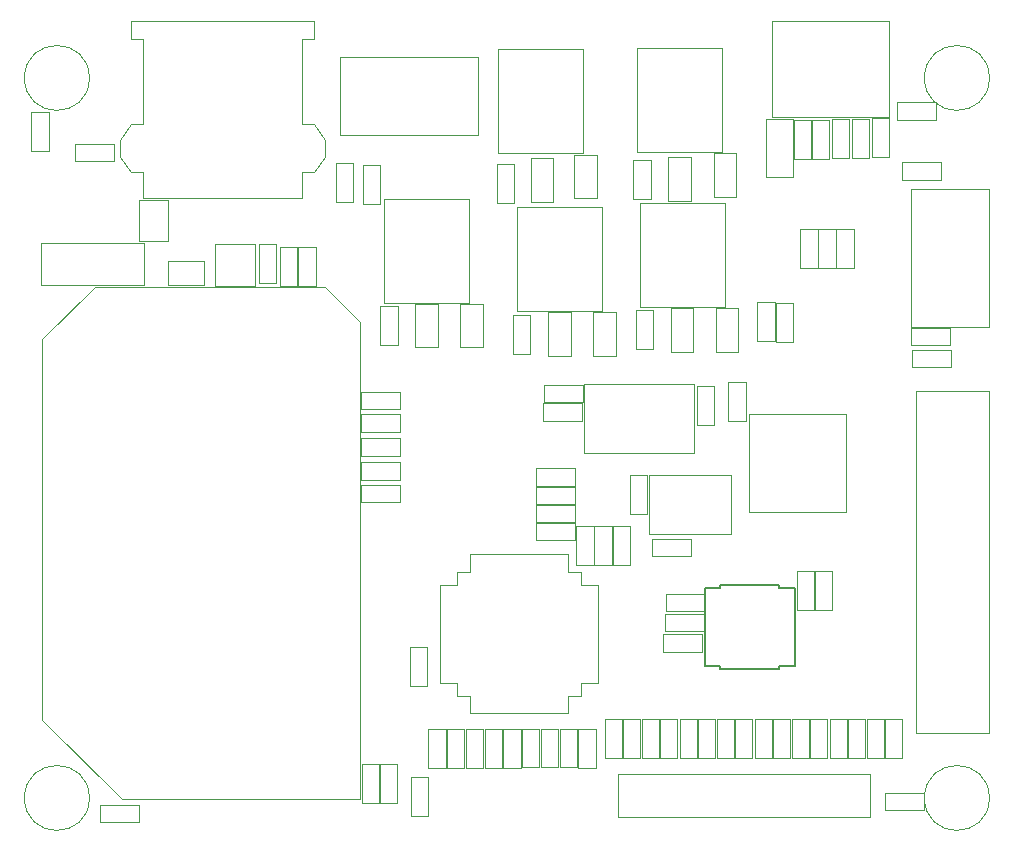
<source format=gbr>
G04 #@! TF.GenerationSoftware,KiCad,Pcbnew,5.1.4+dfsg1-1*
G04 #@! TF.CreationDate,2020-05-25T12:06:47-05:00*
G04 #@! TF.ProjectId,try1,74727931-2e6b-4696-9361-645f70636258,rev?*
G04 #@! TF.SameCoordinates,Original*
G04 #@! TF.FileFunction,Other,User*
%FSLAX46Y46*%
G04 Gerber Fmt 4.6, Leading zero omitted, Abs format (unit mm)*
G04 Created by KiCad (PCBNEW 5.1.4+dfsg1-1) date 2020-05-25 12:06:47*
%MOMM*%
%LPD*%
G04 APERTURE LIST*
%ADD10C,0.050000*%
%ADD11C,0.152400*%
%ADD12C,0.100000*%
G04 APERTURE END LIST*
D10*
X41650000Y-52730000D02*
X38350000Y-52730000D01*
X41650000Y-51270000D02*
X41650000Y-52730000D01*
X38350000Y-51270000D02*
X41650000Y-51270000D01*
X38350000Y-52730000D02*
X38350000Y-51270000D01*
X111675000Y-54330000D02*
X108375000Y-54330000D01*
X111675000Y-52870000D02*
X111675000Y-54330000D01*
X108375000Y-52870000D02*
X111675000Y-52870000D01*
X108375000Y-54330000D02*
X108375000Y-52870000D01*
D11*
X92976700Y-95490100D02*
X91668600Y-95490100D01*
X92976700Y-95745300D02*
X92976700Y-95490100D01*
X97980500Y-95745300D02*
X92976700Y-95745300D01*
X97980500Y-95490100D02*
X97980500Y-95745300D01*
X99288600Y-95490100D02*
X97980500Y-95490100D01*
X99288600Y-88888500D02*
X99288600Y-95490100D01*
X97980500Y-88888500D02*
X99288600Y-88888500D01*
X97980500Y-88633300D02*
X97980500Y-88888500D01*
X92976700Y-88633300D02*
X97980500Y-88633300D01*
X92976700Y-88888500D02*
X92976700Y-88633300D01*
X91668600Y-88888500D02*
X92976700Y-88888500D01*
X91668600Y-95490100D02*
X91668600Y-88888500D01*
D10*
X81466320Y-71610000D02*
X90786320Y-71610000D01*
X81466320Y-77490000D02*
X90786320Y-77490000D01*
X81466320Y-71610000D02*
X81466320Y-77490000D01*
X90786320Y-71610000D02*
X90786320Y-77490000D01*
X68230000Y-104925000D02*
X68230000Y-108225000D01*
X66770000Y-104925000D02*
X68230000Y-104925000D01*
X66770000Y-108225000D02*
X66770000Y-104925000D01*
X68230000Y-108225000D02*
X66770000Y-108225000D01*
X105673300Y-108289500D02*
X105673300Y-104689500D01*
X84323300Y-108289500D02*
X105673300Y-108289500D01*
X84323300Y-104689500D02*
X84323300Y-108289500D01*
X105673300Y-104689500D02*
X84323300Y-104689500D01*
X102444300Y-87440500D02*
X102444300Y-90740500D01*
X100984300Y-87440500D02*
X102444300Y-87440500D01*
X100984300Y-90740500D02*
X100984300Y-87440500D01*
X102444300Y-90740500D02*
X100984300Y-90740500D01*
X81343800Y-73170800D02*
X78043800Y-73170800D01*
X81343800Y-71710800D02*
X81343800Y-73170800D01*
X78043800Y-71710800D02*
X81343800Y-71710800D01*
X78043800Y-73170800D02*
X78043800Y-71710800D01*
X100920300Y-87426500D02*
X100920300Y-90726500D01*
X99460300Y-87426500D02*
X100920300Y-87426500D01*
X99460300Y-90726500D02*
X99460300Y-87426500D01*
X100920300Y-90726500D02*
X99460300Y-90726500D01*
X64522800Y-64737700D02*
X71722800Y-64737700D01*
X71722800Y-64737700D02*
X71722800Y-55937700D01*
X71722800Y-55937700D02*
X64522800Y-55937700D01*
X64522800Y-55937700D02*
X64522800Y-64737700D01*
X42314000Y-106808400D02*
X35564000Y-100058400D01*
X40014000Y-63408400D02*
X35564000Y-67858400D01*
X62464000Y-66358400D02*
X59514000Y-63408400D01*
X62464000Y-106808400D02*
X42314000Y-106808400D01*
X35564000Y-100058400D02*
X35564000Y-67858400D01*
X62464000Y-106808400D02*
X62464000Y-66358400D01*
X59514000Y-63408400D02*
X40014000Y-63408400D01*
X73044300Y-104113500D02*
X73044300Y-100813500D01*
X74504300Y-104113500D02*
X73044300Y-104113500D01*
X74504300Y-100813500D02*
X74504300Y-104113500D01*
X73044300Y-100813500D02*
X74504300Y-100813500D01*
X62724280Y-56401080D02*
X62724280Y-53101080D01*
X64184280Y-56401080D02*
X62724280Y-56401080D01*
X64184280Y-53101080D02*
X64184280Y-56401080D01*
X62724280Y-53101080D02*
X64184280Y-53101080D01*
X53930800Y-63109000D02*
X53930800Y-59809000D01*
X55390800Y-63109000D02*
X53930800Y-63109000D01*
X55390800Y-59809000D02*
X55390800Y-63109000D01*
X53930800Y-59809000D02*
X55390800Y-59809000D01*
X112527240Y-70178680D02*
X109227240Y-70178680D01*
X112527240Y-68718680D02*
X112527240Y-70178680D01*
X109227240Y-68718680D02*
X112527240Y-68718680D01*
X109227240Y-70178680D02*
X109227240Y-68718680D01*
X104121200Y-52512200D02*
X104121200Y-49212200D01*
X105581200Y-52512200D02*
X104121200Y-52512200D01*
X105581200Y-49212200D02*
X105581200Y-52512200D01*
X104121200Y-49212200D02*
X105581200Y-49212200D01*
D12*
X72512000Y-43907440D02*
X72512000Y-50511440D01*
X60828000Y-43907440D02*
X72512000Y-43907440D01*
X60828000Y-50511440D02*
X60828000Y-43907440D01*
X72512000Y-50511440D02*
X60828000Y-50511440D01*
X109143800Y-55112920D02*
X115747800Y-55112920D01*
X109143800Y-66796920D02*
X109143800Y-55112920D01*
X115747800Y-66796920D02*
X109143800Y-66796920D01*
X115747800Y-55112920D02*
X115747800Y-66796920D01*
D10*
X96132900Y-68020200D02*
X96132900Y-64720200D01*
X97592900Y-68020200D02*
X96132900Y-68020200D01*
X97592900Y-64720200D02*
X97592900Y-68020200D01*
X96132900Y-64720200D02*
X97592900Y-64720200D01*
X103675300Y-82453600D02*
X103675300Y-74213600D01*
X95435300Y-82453600D02*
X103675300Y-82453600D01*
X95435300Y-74213600D02*
X95435300Y-82453600D01*
X103675300Y-74213600D02*
X95435300Y-74213600D01*
X115750000Y-72200000D02*
X109600000Y-72200000D01*
X115750000Y-101200000D02*
X115750000Y-72200000D01*
X109600000Y-101200000D02*
X115750000Y-101200000D01*
X109600000Y-72200000D02*
X109600000Y-101200000D01*
D12*
X93924000Y-79338800D02*
X93924000Y-84338800D01*
X93924000Y-79338800D02*
X86924000Y-79338800D01*
X93924000Y-84338800D02*
X86924000Y-84338800D01*
X86924000Y-79338800D02*
X86924000Y-84338800D01*
D10*
X74179880Y-52050000D02*
X81379880Y-52050000D01*
X81379880Y-52050000D02*
X81379880Y-43250000D01*
X81379880Y-43250000D02*
X74179880Y-43250000D01*
X74179880Y-43250000D02*
X74179880Y-52050000D01*
X86176300Y-65093300D02*
X93376300Y-65093300D01*
X93376300Y-65093300D02*
X93376300Y-56293300D01*
X93376300Y-56293300D02*
X86176300Y-56293300D01*
X86176300Y-56293300D02*
X86176300Y-65093300D01*
X75767380Y-56651440D02*
X75767380Y-65451440D01*
X82967380Y-56651440D02*
X75767380Y-56651440D01*
X82967380Y-65451440D02*
X82967380Y-56651440D01*
X75767380Y-65451440D02*
X82967380Y-65451440D01*
X85960400Y-51986900D02*
X93160400Y-51986900D01*
X93160400Y-51986900D02*
X93160400Y-43186900D01*
X93160400Y-43186900D02*
X85960400Y-43186900D01*
X85960400Y-43186900D02*
X85960400Y-51986900D01*
X76091800Y-100813500D02*
X76091800Y-104113500D01*
X74631800Y-100813500D02*
X76091800Y-100813500D01*
X74631800Y-104113500D02*
X74631800Y-100813500D01*
X76091800Y-104113500D02*
X74631800Y-104113500D01*
D12*
X46262600Y-63230000D02*
X49262600Y-63230000D01*
X49262600Y-61230000D02*
X49262600Y-63230000D01*
X46262600Y-61230000D02*
X49262600Y-61230000D01*
X46262600Y-63230000D02*
X46262600Y-61230000D01*
D10*
X46229120Y-56019760D02*
X46229120Y-59519760D01*
X46229120Y-59519760D02*
X43779120Y-59519760D01*
X43779120Y-59519760D02*
X43779120Y-56019760D01*
X43779120Y-56019760D02*
X46229120Y-56019760D01*
X106935000Y-106270000D02*
X110235000Y-106270000D01*
X106935000Y-107730000D02*
X106935000Y-106270000D01*
X110235000Y-107730000D02*
X106935000Y-107730000D01*
X110235000Y-106270000D02*
X110235000Y-107730000D01*
X107937000Y-47784000D02*
X111237000Y-47784000D01*
X107937000Y-49244000D02*
X107937000Y-47784000D01*
X111237000Y-49244000D02*
X107937000Y-49244000D01*
X111237000Y-47784000D02*
X111237000Y-49244000D01*
X43751800Y-108730000D02*
X40451800Y-108730000D01*
X43751800Y-107270000D02*
X43751800Y-108730000D01*
X40451800Y-107270000D02*
X43751800Y-107270000D01*
X40451800Y-108730000D02*
X40451800Y-107270000D01*
X34677600Y-51891200D02*
X34677600Y-48591200D01*
X36137600Y-51891200D02*
X34677600Y-51891200D01*
X36137600Y-48591200D02*
X36137600Y-51891200D01*
X34677600Y-48591200D02*
X36137600Y-48591200D01*
X102444800Y-52512200D02*
X102444800Y-49212200D01*
X103904800Y-52512200D02*
X102444800Y-52512200D01*
X103904800Y-49212200D02*
X103904800Y-52512200D01*
X102444800Y-49212200D02*
X103904800Y-49212200D01*
X57283600Y-63309800D02*
X57283600Y-60009800D01*
X58743600Y-63309800D02*
X57283600Y-63309800D01*
X58743600Y-60009800D02*
X58743600Y-63309800D01*
X57283600Y-60009800D02*
X58743600Y-60009800D01*
X115780000Y-106680000D02*
G75*
G03X115780000Y-106680000I-2750000J0D01*
G01*
X115780000Y-45720000D02*
G75*
G03X115780000Y-45720000I-2750000J0D01*
G01*
X39580000Y-106680000D02*
G75*
G03X39580000Y-106680000I-2750000J0D01*
G01*
X39580000Y-45720000D02*
G75*
G03X39580000Y-45720000I-2750000J0D01*
G01*
X102825800Y-61823900D02*
X102825800Y-58523900D01*
X104285800Y-61823900D02*
X102825800Y-61823900D01*
X104285800Y-58523900D02*
X104285800Y-61823900D01*
X102825800Y-58523900D02*
X104285800Y-58523900D01*
X101301800Y-61823900D02*
X101301800Y-58523900D01*
X102761800Y-61823900D02*
X101301800Y-61823900D01*
X102761800Y-58523900D02*
X102761800Y-61823900D01*
X101301800Y-58523900D02*
X102761800Y-58523900D01*
X99777800Y-61823900D02*
X99777800Y-58523900D01*
X101237800Y-61823900D02*
X99777800Y-61823900D01*
X101237800Y-58523900D02*
X101237800Y-61823900D01*
X99777800Y-58523900D02*
X101237800Y-58523900D01*
X83800700Y-83641900D02*
X83800700Y-86941900D01*
X82340700Y-83641900D02*
X83800700Y-83641900D01*
X82340700Y-86941900D02*
X82340700Y-83641900D01*
X83800700Y-86941900D02*
X82340700Y-86941900D01*
X82264000Y-83654600D02*
X82264000Y-86954600D01*
X80804000Y-83654600D02*
X82264000Y-83654600D01*
X80804000Y-86954600D02*
X80804000Y-83654600D01*
X82264000Y-86954600D02*
X80804000Y-86954600D01*
X80698144Y-80236801D02*
X77398144Y-80236801D01*
X80698144Y-78776801D02*
X80698144Y-80236801D01*
X77398144Y-78776801D02*
X80698144Y-78776801D01*
X77398144Y-80236801D02*
X77398144Y-78776801D01*
X80696100Y-81778300D02*
X77396100Y-81778300D01*
X80696100Y-80318300D02*
X80696100Y-81778300D01*
X77396100Y-80318300D02*
X80696100Y-80318300D01*
X77396100Y-81778300D02*
X77396100Y-80318300D01*
X80696100Y-83302300D02*
X77396100Y-83302300D01*
X80696100Y-81842300D02*
X80696100Y-83302300D01*
X77396100Y-81842300D02*
X80696100Y-81842300D01*
X77396100Y-83302300D02*
X77396100Y-81842300D01*
X84664300Y-99999500D02*
X84664300Y-103299500D01*
X83204300Y-99999500D02*
X84664300Y-99999500D01*
X83204300Y-103299500D02*
X83204300Y-99999500D01*
X84664300Y-103299500D02*
X83204300Y-103299500D01*
X87839300Y-99999500D02*
X87839300Y-103299500D01*
X86379300Y-99999500D02*
X87839300Y-99999500D01*
X86379300Y-103299500D02*
X86379300Y-99999500D01*
X87839300Y-103299500D02*
X86379300Y-103299500D01*
X91014300Y-99999500D02*
X91014300Y-103299500D01*
X89554300Y-99999500D02*
X91014300Y-99999500D01*
X89554300Y-103299500D02*
X89554300Y-99999500D01*
X91014300Y-103299500D02*
X89554300Y-103299500D01*
X94189300Y-99999500D02*
X94189300Y-103299500D01*
X92729300Y-99999500D02*
X94189300Y-99999500D01*
X92729300Y-103299500D02*
X92729300Y-99999500D01*
X94189300Y-103299500D02*
X92729300Y-103299500D01*
X97364300Y-99999500D02*
X97364300Y-103299500D01*
X95904300Y-99999500D02*
X97364300Y-99999500D01*
X95904300Y-103299500D02*
X95904300Y-99999500D01*
X97364300Y-103299500D02*
X95904300Y-103299500D01*
X100539300Y-99999500D02*
X100539300Y-103299500D01*
X99079300Y-99999500D02*
X100539300Y-99999500D01*
X99079300Y-103299500D02*
X99079300Y-99999500D01*
X100539300Y-103299500D02*
X99079300Y-103299500D01*
X103714300Y-99999500D02*
X103714300Y-103299500D01*
X102254300Y-99999500D02*
X103714300Y-99999500D01*
X102254300Y-103299500D02*
X102254300Y-99999500D01*
X103714300Y-103299500D02*
X102254300Y-103299500D01*
X106889300Y-99999500D02*
X106889300Y-103299500D01*
X105429300Y-99999500D02*
X106889300Y-99999500D01*
X105429300Y-103299500D02*
X105429300Y-99999500D01*
X106889300Y-103299500D02*
X105429300Y-103299500D01*
X91404680Y-94293440D02*
X88104680Y-94293440D01*
X91404680Y-92833440D02*
X91404680Y-94293440D01*
X88104680Y-92833440D02*
X91404680Y-92833440D01*
X88104680Y-94293440D02*
X88104680Y-92833440D01*
X91667440Y-90849200D02*
X88367440Y-90849200D01*
X91667440Y-89389200D02*
X91667440Y-90849200D01*
X88367440Y-89389200D02*
X91667440Y-89389200D01*
X88367440Y-90849200D02*
X88367440Y-89389200D01*
X91648360Y-92530000D02*
X88348360Y-92530000D01*
X91648360Y-91070000D02*
X91648360Y-92530000D01*
X88348360Y-91070000D02*
X91648360Y-91070000D01*
X88348360Y-92530000D02*
X88348360Y-91070000D01*
X93676720Y-74744880D02*
X93676720Y-71444880D01*
X95136720Y-74744880D02*
X93676720Y-74744880D01*
X95136720Y-71444880D02*
X95136720Y-74744880D01*
X93676720Y-71444880D02*
X95136720Y-71444880D01*
X71456800Y-104127500D02*
X71456800Y-100827500D01*
X72916800Y-104127500D02*
X71456800Y-104127500D01*
X72916800Y-100827500D02*
X72916800Y-104127500D01*
X71456800Y-100827500D02*
X72916800Y-100827500D01*
X69869300Y-104127500D02*
X69869300Y-100827500D01*
X71329300Y-104127500D02*
X69869300Y-104127500D01*
X71329300Y-100827500D02*
X71329300Y-104127500D01*
X69869300Y-100827500D02*
X71329300Y-100827500D01*
X68281800Y-104127500D02*
X68281800Y-100827500D01*
X69741800Y-104127500D02*
X68281800Y-104127500D01*
X69741800Y-100827500D02*
X69741800Y-104127500D01*
X68281800Y-100827500D02*
X69741800Y-100827500D01*
X77806800Y-104099500D02*
X77806800Y-100799500D01*
X79266800Y-104099500D02*
X77806800Y-104099500D01*
X79266800Y-100799500D02*
X79266800Y-104099500D01*
X77806800Y-100799500D02*
X79266800Y-100799500D01*
X76219300Y-104099500D02*
X76219300Y-100799500D01*
X77679300Y-104099500D02*
X76219300Y-104099500D01*
X77679300Y-100799500D02*
X77679300Y-104099500D01*
X76219300Y-100799500D02*
X77679300Y-100799500D01*
X65630000Y-103841800D02*
X65630000Y-107141800D01*
X64170000Y-103841800D02*
X65630000Y-103841800D01*
X64170000Y-107141800D02*
X64170000Y-103841800D01*
X65630000Y-107141800D02*
X64170000Y-107141800D01*
X64080000Y-103841800D02*
X64080000Y-107141800D01*
X62620000Y-103841800D02*
X64080000Y-103841800D01*
X62620000Y-107141800D02*
X62620000Y-103841800D01*
X64080000Y-107141800D02*
X62620000Y-107141800D01*
X55708800Y-63309800D02*
X55708800Y-60009800D01*
X57168800Y-63309800D02*
X55708800Y-63309800D01*
X57168800Y-60009800D02*
X57168800Y-63309800D01*
X55708800Y-60009800D02*
X57168800Y-60009800D01*
X92420400Y-55786900D02*
X92420400Y-52086900D01*
X94320400Y-55786900D02*
X92420400Y-55786900D01*
X94320400Y-52086900D02*
X94320400Y-55786900D01*
X92420400Y-52086900D02*
X94320400Y-52086900D01*
X82227380Y-65551440D02*
X84127380Y-65551440D01*
X84127380Y-65551440D02*
X84127380Y-69251440D01*
X84127380Y-69251440D02*
X82227380Y-69251440D01*
X82227380Y-69251440D02*
X82227380Y-65551440D01*
X92636300Y-68893300D02*
X92636300Y-65193300D01*
X94536300Y-68893300D02*
X92636300Y-68893300D01*
X94536300Y-65193300D02*
X94536300Y-68893300D01*
X92636300Y-65193300D02*
X94536300Y-65193300D01*
X85645240Y-55947580D02*
X85645240Y-52647580D01*
X87105240Y-55947580D02*
X85645240Y-55947580D01*
X87105240Y-52647580D02*
X87105240Y-55947580D01*
X85645240Y-52647580D02*
X87105240Y-52647580D01*
X75462380Y-65751440D02*
X76922380Y-65751440D01*
X76922380Y-65751440D02*
X76922380Y-69051440D01*
X76922380Y-69051440D02*
X75462380Y-69051440D01*
X75462380Y-69051440D02*
X75462380Y-65751440D01*
X85871300Y-68693300D02*
X85871300Y-65393300D01*
X87331300Y-68693300D02*
X85871300Y-68693300D01*
X87331300Y-65393300D02*
X87331300Y-68693300D01*
X85871300Y-65393300D02*
X87331300Y-65393300D01*
X88600240Y-56147580D02*
X88600240Y-52447580D01*
X90500240Y-56147580D02*
X88600240Y-56147580D01*
X90500240Y-52447580D02*
X90500240Y-56147580D01*
X88600240Y-52447580D02*
X90500240Y-52447580D01*
X78417380Y-65551440D02*
X80317380Y-65551440D01*
X80317380Y-65551440D02*
X80317380Y-69251440D01*
X80317380Y-69251440D02*
X78417380Y-69251440D01*
X78417380Y-69251440D02*
X78417380Y-65551440D01*
X88826300Y-68893300D02*
X88826300Y-65193300D01*
X90726300Y-68893300D02*
X88826300Y-68893300D01*
X90726300Y-65193300D02*
X90726300Y-68893300D01*
X88826300Y-65193300D02*
X90726300Y-65193300D01*
X99113200Y-49227900D02*
X99113200Y-54127900D01*
X96873200Y-49227900D02*
X99113200Y-49227900D01*
X96873200Y-54127900D02*
X96873200Y-49227900D01*
X99113200Y-54127900D02*
X96873200Y-54127900D01*
X100717100Y-49251600D02*
X100717100Y-52551600D01*
X99257100Y-49251600D02*
X100717100Y-49251600D01*
X99257100Y-52551600D02*
X99257100Y-49251600D01*
X100717100Y-52551600D02*
X99257100Y-52551600D01*
X102241100Y-49251600D02*
X102241100Y-52551600D01*
X100781100Y-49251600D02*
X102241100Y-49251600D01*
X100781100Y-52551600D02*
X100781100Y-49251600D01*
X102241100Y-52551600D02*
X100781100Y-52551600D01*
X80639880Y-55925000D02*
X80639880Y-52225000D01*
X82539880Y-55925000D02*
X80639880Y-55925000D01*
X82539880Y-52225000D02*
X82539880Y-55925000D01*
X80639880Y-52225000D02*
X82539880Y-52225000D01*
X70982800Y-68537700D02*
X70982800Y-64837700D01*
X72882800Y-68537700D02*
X70982800Y-68537700D01*
X72882800Y-64837700D02*
X72882800Y-68537700D01*
X70982800Y-64837700D02*
X72882800Y-64837700D01*
X74073000Y-56279080D02*
X74073000Y-52979080D01*
X75533000Y-56279080D02*
X74073000Y-56279080D01*
X75533000Y-52979080D02*
X75533000Y-56279080D01*
X74073000Y-52979080D02*
X75533000Y-52979080D01*
X64217800Y-68337700D02*
X64217800Y-65037700D01*
X65677800Y-68337700D02*
X64217800Y-68337700D01*
X65677800Y-65037700D02*
X65677800Y-68337700D01*
X64217800Y-65037700D02*
X65677800Y-65037700D01*
X76956880Y-56202080D02*
X76956880Y-52502080D01*
X78856880Y-56202080D02*
X76956880Y-56202080D01*
X78856880Y-52502080D02*
X78856880Y-56202080D01*
X76956880Y-52502080D02*
X78856880Y-52502080D01*
X67172800Y-68537700D02*
X67172800Y-64837700D01*
X69072800Y-68537700D02*
X67172800Y-68537700D01*
X69072800Y-64837700D02*
X69072800Y-68537700D01*
X67172800Y-64837700D02*
X69072800Y-64837700D01*
X86785200Y-79313800D02*
X86785200Y-82613800D01*
X85325200Y-79313800D02*
X86785200Y-79313800D01*
X85325200Y-82613800D02*
X85325200Y-79313800D01*
X86785200Y-82613800D02*
X85325200Y-82613800D01*
X50201600Y-63304400D02*
X50201600Y-59804400D01*
X53601600Y-63304400D02*
X50201600Y-63304400D01*
X53601600Y-59804400D02*
X53601600Y-63304400D01*
X50201600Y-59804400D02*
X53601600Y-59804400D01*
X44167200Y-63268000D02*
X44167200Y-59668000D01*
X35517200Y-63268000D02*
X44167200Y-63268000D01*
X35517200Y-59668000D02*
X35517200Y-63268000D01*
X44167200Y-59668000D02*
X35517200Y-59668000D01*
X59485680Y-52396480D02*
X58585680Y-53696480D01*
X59485680Y-50946480D02*
X59485680Y-52396480D01*
X57585680Y-49646480D02*
X58585680Y-49646480D01*
X59485680Y-50946480D02*
X58585680Y-49646480D01*
X57585680Y-53696480D02*
X58585680Y-53696480D01*
X42185680Y-50946480D02*
X43085680Y-49646480D01*
X57585680Y-53696480D02*
X57585680Y-55896480D01*
X44085680Y-55896480D02*
X57585680Y-55896480D01*
X44085680Y-53696480D02*
X44085680Y-55896480D01*
X42185680Y-52396480D02*
X42185680Y-50946480D01*
X44085680Y-53696480D02*
X43085680Y-53696480D01*
X42185680Y-52396480D02*
X43085680Y-53696480D01*
X57585680Y-49646480D02*
X57585680Y-42396480D01*
X57585680Y-42396480D02*
X58585680Y-42396480D01*
X58585680Y-42396480D02*
X58585680Y-40896480D01*
X58585680Y-40896480D02*
X43085680Y-40896480D01*
X43085680Y-40896480D02*
X43085680Y-42396480D01*
X43085680Y-42396480D02*
X44085680Y-42396480D01*
X44085680Y-42396480D02*
X44085680Y-49646480D01*
X44085680Y-49646480D02*
X43085680Y-49646480D01*
X97412000Y-49060000D02*
X107302000Y-49060000D01*
X97412000Y-40870000D02*
X97412000Y-49060000D01*
X107302000Y-40870000D02*
X97412000Y-40870000D01*
X107302000Y-49060000D02*
X107302000Y-40870000D01*
X83902800Y-86954600D02*
X83902800Y-83654600D01*
X85362800Y-86954600D02*
X83902800Y-86954600D01*
X85362800Y-83654600D02*
X85362800Y-86954600D01*
X83902800Y-83654600D02*
X85362800Y-83654600D01*
X97720400Y-68034200D02*
X97720400Y-64734200D01*
X99180400Y-68034200D02*
X97720400Y-68034200D01*
X99180400Y-64734200D02*
X99180400Y-68034200D01*
X97720400Y-64734200D02*
X99180400Y-64734200D01*
X106953300Y-103299500D02*
X106953300Y-99999500D01*
X108413300Y-103299500D02*
X106953300Y-103299500D01*
X108413300Y-99999500D02*
X108413300Y-103299500D01*
X106953300Y-99999500D02*
X108413300Y-99999500D01*
X103778300Y-103299500D02*
X103778300Y-99999500D01*
X105238300Y-103299500D02*
X103778300Y-103299500D01*
X105238300Y-99999500D02*
X105238300Y-103299500D01*
X103778300Y-99999500D02*
X105238300Y-99999500D01*
X100603300Y-103299500D02*
X100603300Y-99999500D01*
X102063300Y-103299500D02*
X100603300Y-103299500D01*
X102063300Y-99999500D02*
X102063300Y-103299500D01*
X100603300Y-99999500D02*
X102063300Y-99999500D01*
X97428300Y-103299500D02*
X97428300Y-99999500D01*
X98888300Y-103299500D02*
X97428300Y-103299500D01*
X98888300Y-99999500D02*
X98888300Y-103299500D01*
X97428300Y-99999500D02*
X98888300Y-99999500D01*
X94253300Y-103299500D02*
X94253300Y-99999500D01*
X95713300Y-103299500D02*
X94253300Y-103299500D01*
X95713300Y-99999500D02*
X95713300Y-103299500D01*
X94253300Y-99999500D02*
X95713300Y-99999500D01*
X91078300Y-103299500D02*
X91078300Y-99999500D01*
X92538300Y-103299500D02*
X91078300Y-103299500D01*
X92538300Y-99999500D02*
X92538300Y-103299500D01*
X91078300Y-99999500D02*
X92538300Y-99999500D01*
X87903300Y-103299500D02*
X87903300Y-99999500D01*
X89363300Y-103299500D02*
X87903300Y-103299500D01*
X89363300Y-99999500D02*
X89363300Y-103299500D01*
X87903300Y-99999500D02*
X89363300Y-99999500D01*
X84728300Y-103299500D02*
X84728300Y-99999500D01*
X86188300Y-103299500D02*
X84728300Y-103299500D01*
X86188300Y-99999500D02*
X86188300Y-103299500D01*
X84728300Y-99999500D02*
X86188300Y-99999500D01*
X109104160Y-66894960D02*
X112404160Y-66894960D01*
X109104160Y-68354960D02*
X109104160Y-66894960D01*
X112404160Y-68354960D02*
X109104160Y-68354960D01*
X112404160Y-66894960D02*
X112404160Y-68354960D01*
X92444320Y-71764920D02*
X92444320Y-75064920D01*
X90984320Y-71764920D02*
X92444320Y-71764920D01*
X90984320Y-75064920D02*
X90984320Y-71764920D01*
X92444320Y-75064920D02*
X90984320Y-75064920D01*
X78025000Y-73270000D02*
X81325000Y-73270000D01*
X78025000Y-74730000D02*
X78025000Y-73270000D01*
X81325000Y-74730000D02*
X78025000Y-74730000D01*
X81325000Y-73270000D02*
X81325000Y-74730000D01*
X82441800Y-100813500D02*
X82441800Y-104113500D01*
X80981800Y-100813500D02*
X82441800Y-100813500D01*
X80981800Y-104113500D02*
X80981800Y-100813500D01*
X82441800Y-104113500D02*
X80981800Y-104113500D01*
X66732400Y-97193400D02*
X66732400Y-93893400D01*
X68192400Y-97193400D02*
X66732400Y-97193400D01*
X68192400Y-93893400D02*
X68192400Y-97193400D01*
X66732400Y-93893400D02*
X68192400Y-93893400D01*
X80854300Y-100799500D02*
X80854300Y-104099500D01*
X79394300Y-100799500D02*
X80854300Y-100799500D01*
X79394300Y-104099500D02*
X79394300Y-100799500D01*
X80854300Y-104099500D02*
X79394300Y-104099500D01*
X65872600Y-77692000D02*
X62572600Y-77692000D01*
X65872600Y-76232000D02*
X65872600Y-77692000D01*
X62572600Y-76232000D02*
X65872600Y-76232000D01*
X62572600Y-77692000D02*
X62572600Y-76232000D01*
X65872600Y-75660000D02*
X62572600Y-75660000D01*
X65872600Y-74200000D02*
X65872600Y-75660000D01*
X62572600Y-74200000D02*
X65872600Y-74200000D01*
X62572600Y-75660000D02*
X62572600Y-74200000D01*
X65872600Y-73729600D02*
X62572600Y-73729600D01*
X65872600Y-72269600D02*
X65872600Y-73729600D01*
X62572600Y-72269600D02*
X65872600Y-72269600D01*
X62572600Y-73729600D02*
X62572600Y-72269600D01*
X60473840Y-56243520D02*
X60473840Y-52943520D01*
X61933840Y-56243520D02*
X60473840Y-56243520D01*
X61933840Y-52943520D02*
X61933840Y-56243520D01*
X60473840Y-52943520D02*
X61933840Y-52943520D01*
X105848400Y-52450000D02*
X105848400Y-49150000D01*
X107308400Y-52450000D02*
X105848400Y-52450000D01*
X107308400Y-49150000D02*
X107308400Y-52450000D01*
X105848400Y-49150000D02*
X107308400Y-49150000D01*
X87199200Y-84715600D02*
X90499200Y-84715600D01*
X87199200Y-86175600D02*
X87199200Y-84715600D01*
X90499200Y-86175600D02*
X87199200Y-86175600D01*
X90499200Y-84715600D02*
X90499200Y-86175600D01*
X80096000Y-86060800D02*
X75946000Y-86060800D01*
X80096000Y-87510800D02*
X80096000Y-86060800D01*
X81196000Y-87510800D02*
X80096000Y-87510800D01*
X81196000Y-88610800D02*
X81196000Y-87510800D01*
X82646000Y-88610800D02*
X81196000Y-88610800D01*
X82646000Y-92760800D02*
X82646000Y-88610800D01*
X80096000Y-99460800D02*
X75946000Y-99460800D01*
X80096000Y-98010800D02*
X80096000Y-99460800D01*
X81196000Y-98010800D02*
X80096000Y-98010800D01*
X81196000Y-96910800D02*
X81196000Y-98010800D01*
X82646000Y-96910800D02*
X81196000Y-96910800D01*
X82646000Y-92760800D02*
X82646000Y-96910800D01*
X71796000Y-86060800D02*
X75946000Y-86060800D01*
X71796000Y-87510800D02*
X71796000Y-86060800D01*
X70696000Y-87510800D02*
X71796000Y-87510800D01*
X70696000Y-88610800D02*
X70696000Y-87510800D01*
X69246000Y-88610800D02*
X70696000Y-88610800D01*
X69246000Y-92760800D02*
X69246000Y-88610800D01*
X71796000Y-99460800D02*
X75946000Y-99460800D01*
X71796000Y-98010800D02*
X71796000Y-99460800D01*
X70696000Y-98010800D02*
X71796000Y-98010800D01*
X70696000Y-96910800D02*
X70696000Y-98010800D01*
X69246000Y-96910800D02*
X70696000Y-96910800D01*
X69246000Y-92760800D02*
X69246000Y-96910800D01*
X80682100Y-84826300D02*
X77382100Y-84826300D01*
X80682100Y-83366300D02*
X80682100Y-84826300D01*
X77382100Y-83366300D02*
X80682100Y-83366300D01*
X77382100Y-84826300D02*
X77382100Y-83366300D01*
X65872600Y-81603600D02*
X62572600Y-81603600D01*
X65872600Y-80143600D02*
X65872600Y-81603600D01*
X62572600Y-80143600D02*
X65872600Y-80143600D01*
X62572600Y-81603600D02*
X62572600Y-80143600D01*
X65849800Y-79724000D02*
X62549800Y-79724000D01*
X65849800Y-78264000D02*
X65849800Y-79724000D01*
X62549800Y-78264000D02*
X65849800Y-78264000D01*
X62549800Y-79724000D02*
X62549800Y-78264000D01*
M02*

</source>
